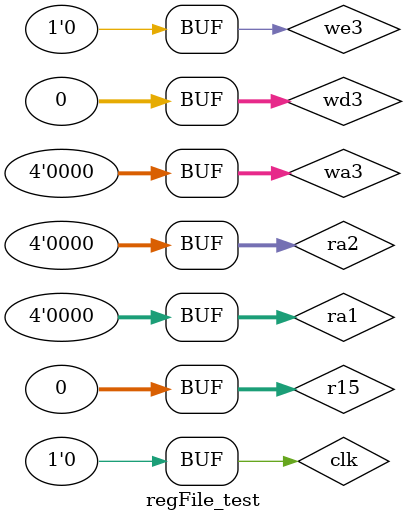
<source format=v>
`timescale 1ns / 1ps


module regFile_test;

	// Inputs
	reg clk;
	reg [3:0] ra1;
	reg [3:0] ra2;
	reg [3:0] wa3;
	reg we3;
	reg [31:0] wd3;
	reg [31:0] r15;

	// Outputs
	wire [31:0] rd1;
	wire [31:0] rd2;

	// Instantiate the Unit Under Test (UUT)
	registerFile uut (
		.clk(clk), 
		.ra1(ra1), 
		.ra2(ra2), 
		.wa3(wa3), 
		.we3(we3), 
		.wd3(wd3), 
		.r15(r15), 
		.rd1(rd1), 
		.rd2(rd2)
	);

	initial begin
		// Initialize Inputs
		clk = 0;
		ra1 = 0;
		ra2 = 0;
		wa3 = 0;
		we3 = 0;
		wd3 = 0;
		r15 = 0;

		// Wait 100 ns for global reset to finish
		#100;
        
		// Add stimulus here

	end
      
endmodule


</source>
